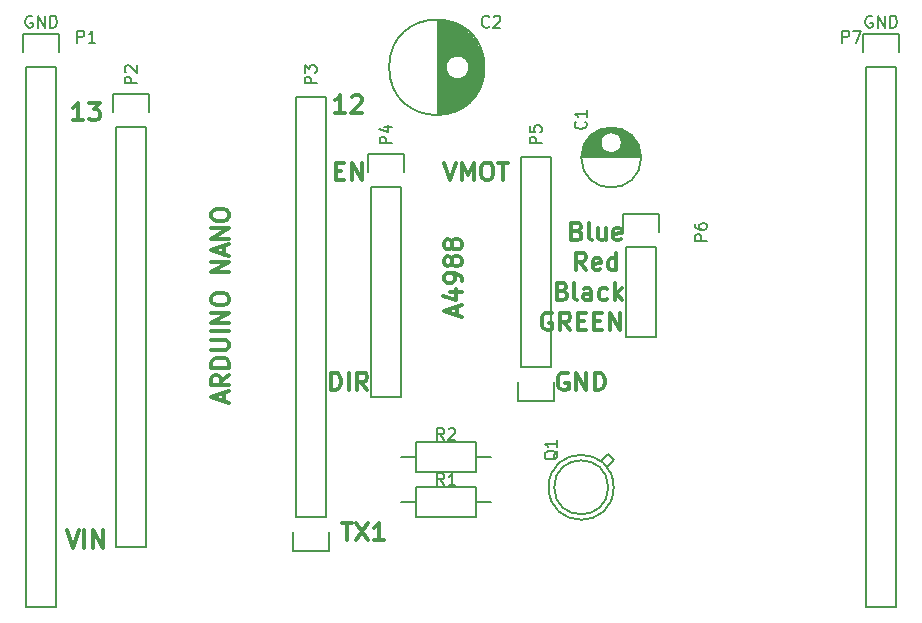
<source format=gbr>
G04 #@! TF.FileFunction,Legend,Top*
%FSLAX46Y46*%
G04 Gerber Fmt 4.6, Leading zero omitted, Abs format (unit mm)*
G04 Created by KiCad (PCBNEW 4.0.3+e1-6302~38~ubuntu16.04.1-stable) date Thu Aug 25 17:18:17 2016*
%MOMM*%
%LPD*%
G01*
G04 APERTURE LIST*
%ADD10C,0.100000*%
%ADD11C,0.300000*%
%ADD12C,0.150000*%
G04 APERTURE END LIST*
D10*
D11*
X94020000Y-77990000D02*
X93877143Y-77918571D01*
X93662857Y-77918571D01*
X93448572Y-77990000D01*
X93305714Y-78132857D01*
X93234286Y-78275714D01*
X93162857Y-78561429D01*
X93162857Y-78775714D01*
X93234286Y-79061429D01*
X93305714Y-79204286D01*
X93448572Y-79347143D01*
X93662857Y-79418571D01*
X93805714Y-79418571D01*
X94020000Y-79347143D01*
X94091429Y-79275714D01*
X94091429Y-78775714D01*
X93805714Y-78775714D01*
X95591429Y-79418571D02*
X95091429Y-78704286D01*
X94734286Y-79418571D02*
X94734286Y-77918571D01*
X95305714Y-77918571D01*
X95448572Y-77990000D01*
X95520000Y-78061429D01*
X95591429Y-78204286D01*
X95591429Y-78418571D01*
X95520000Y-78561429D01*
X95448572Y-78632857D01*
X95305714Y-78704286D01*
X94734286Y-78704286D01*
X96234286Y-78632857D02*
X96734286Y-78632857D01*
X96948572Y-79418571D02*
X96234286Y-79418571D01*
X96234286Y-77918571D01*
X96948572Y-77918571D01*
X97591429Y-78632857D02*
X98091429Y-78632857D01*
X98305715Y-79418571D02*
X97591429Y-79418571D01*
X97591429Y-77918571D01*
X98305715Y-77918571D01*
X98948572Y-79418571D02*
X98948572Y-77918571D01*
X99805715Y-79418571D01*
X99805715Y-77918571D01*
X94940715Y-76092857D02*
X95155001Y-76164286D01*
X95226429Y-76235714D01*
X95297858Y-76378571D01*
X95297858Y-76592857D01*
X95226429Y-76735714D01*
X95155001Y-76807143D01*
X95012143Y-76878571D01*
X94440715Y-76878571D01*
X94440715Y-75378571D01*
X94940715Y-75378571D01*
X95083572Y-75450000D01*
X95155001Y-75521429D01*
X95226429Y-75664286D01*
X95226429Y-75807143D01*
X95155001Y-75950000D01*
X95083572Y-76021429D01*
X94940715Y-76092857D01*
X94440715Y-76092857D01*
X96155001Y-76878571D02*
X96012143Y-76807143D01*
X95940715Y-76664286D01*
X95940715Y-75378571D01*
X97369286Y-76878571D02*
X97369286Y-76092857D01*
X97297857Y-75950000D01*
X97155000Y-75878571D01*
X96869286Y-75878571D01*
X96726429Y-75950000D01*
X97369286Y-76807143D02*
X97226429Y-76878571D01*
X96869286Y-76878571D01*
X96726429Y-76807143D01*
X96655000Y-76664286D01*
X96655000Y-76521429D01*
X96726429Y-76378571D01*
X96869286Y-76307143D01*
X97226429Y-76307143D01*
X97369286Y-76235714D01*
X98726429Y-76807143D02*
X98583572Y-76878571D01*
X98297858Y-76878571D01*
X98155000Y-76807143D01*
X98083572Y-76735714D01*
X98012143Y-76592857D01*
X98012143Y-76164286D01*
X98083572Y-76021429D01*
X98155000Y-75950000D01*
X98297858Y-75878571D01*
X98583572Y-75878571D01*
X98726429Y-75950000D01*
X99369286Y-76878571D02*
X99369286Y-75378571D01*
X99512143Y-76307143D02*
X99940714Y-76878571D01*
X99940714Y-75878571D02*
X99369286Y-76450000D01*
X96932858Y-74338571D02*
X96432858Y-73624286D01*
X96075715Y-74338571D02*
X96075715Y-72838571D01*
X96647143Y-72838571D01*
X96790001Y-72910000D01*
X96861429Y-72981429D01*
X96932858Y-73124286D01*
X96932858Y-73338571D01*
X96861429Y-73481429D01*
X96790001Y-73552857D01*
X96647143Y-73624286D01*
X96075715Y-73624286D01*
X98147143Y-74267143D02*
X98004286Y-74338571D01*
X97718572Y-74338571D01*
X97575715Y-74267143D01*
X97504286Y-74124286D01*
X97504286Y-73552857D01*
X97575715Y-73410000D01*
X97718572Y-73338571D01*
X98004286Y-73338571D01*
X98147143Y-73410000D01*
X98218572Y-73552857D01*
X98218572Y-73695714D01*
X97504286Y-73838571D01*
X99504286Y-74338571D02*
X99504286Y-72838571D01*
X99504286Y-74267143D02*
X99361429Y-74338571D01*
X99075715Y-74338571D01*
X98932857Y-74267143D01*
X98861429Y-74195714D01*
X98790000Y-74052857D01*
X98790000Y-73624286D01*
X98861429Y-73481429D01*
X98932857Y-73410000D01*
X99075715Y-73338571D01*
X99361429Y-73338571D01*
X99504286Y-73410000D01*
X96182858Y-71012857D02*
X96397144Y-71084286D01*
X96468572Y-71155714D01*
X96540001Y-71298571D01*
X96540001Y-71512857D01*
X96468572Y-71655714D01*
X96397144Y-71727143D01*
X96254286Y-71798571D01*
X95682858Y-71798571D01*
X95682858Y-70298571D01*
X96182858Y-70298571D01*
X96325715Y-70370000D01*
X96397144Y-70441429D01*
X96468572Y-70584286D01*
X96468572Y-70727143D01*
X96397144Y-70870000D01*
X96325715Y-70941429D01*
X96182858Y-71012857D01*
X95682858Y-71012857D01*
X97397144Y-71798571D02*
X97254286Y-71727143D01*
X97182858Y-71584286D01*
X97182858Y-70298571D01*
X98611429Y-70798571D02*
X98611429Y-71798571D01*
X97968572Y-70798571D02*
X97968572Y-71584286D01*
X98040000Y-71727143D01*
X98182858Y-71798571D01*
X98397143Y-71798571D01*
X98540000Y-71727143D01*
X98611429Y-71655714D01*
X99897143Y-71727143D02*
X99754286Y-71798571D01*
X99468572Y-71798571D01*
X99325715Y-71727143D01*
X99254286Y-71584286D01*
X99254286Y-71012857D01*
X99325715Y-70870000D01*
X99468572Y-70798571D01*
X99754286Y-70798571D01*
X99897143Y-70870000D01*
X99968572Y-71012857D01*
X99968572Y-71155714D01*
X99254286Y-71298571D01*
X95377143Y-83070000D02*
X95234286Y-82998571D01*
X95020000Y-82998571D01*
X94805715Y-83070000D01*
X94662857Y-83212857D01*
X94591429Y-83355714D01*
X94520000Y-83641429D01*
X94520000Y-83855714D01*
X94591429Y-84141429D01*
X94662857Y-84284286D01*
X94805715Y-84427143D01*
X95020000Y-84498571D01*
X95162857Y-84498571D01*
X95377143Y-84427143D01*
X95448572Y-84355714D01*
X95448572Y-83855714D01*
X95162857Y-83855714D01*
X96091429Y-84498571D02*
X96091429Y-82998571D01*
X96948572Y-84498571D01*
X96948572Y-82998571D01*
X97662858Y-84498571D02*
X97662858Y-82998571D01*
X98020001Y-82998571D01*
X98234286Y-83070000D01*
X98377144Y-83212857D01*
X98448572Y-83355714D01*
X98520001Y-83641429D01*
X98520001Y-83855714D01*
X98448572Y-84141429D01*
X98377144Y-84284286D01*
X98234286Y-84427143D01*
X98020001Y-84498571D01*
X97662858Y-84498571D01*
X75335000Y-84498571D02*
X75335000Y-82998571D01*
X75692143Y-82998571D01*
X75906428Y-83070000D01*
X76049286Y-83212857D01*
X76120714Y-83355714D01*
X76192143Y-83641429D01*
X76192143Y-83855714D01*
X76120714Y-84141429D01*
X76049286Y-84284286D01*
X75906428Y-84427143D01*
X75692143Y-84498571D01*
X75335000Y-84498571D01*
X76835000Y-84498571D02*
X76835000Y-82998571D01*
X78406429Y-84498571D02*
X77906429Y-83784286D01*
X77549286Y-84498571D02*
X77549286Y-82998571D01*
X78120714Y-82998571D01*
X78263572Y-83070000D01*
X78335000Y-83141429D01*
X78406429Y-83284286D01*
X78406429Y-83498571D01*
X78335000Y-83641429D01*
X78263572Y-83712857D01*
X78120714Y-83784286D01*
X77549286Y-83784286D01*
X84915714Y-65218571D02*
X85415714Y-66718571D01*
X85915714Y-65218571D01*
X86415714Y-66718571D02*
X86415714Y-65218571D01*
X86915714Y-66290000D01*
X87415714Y-65218571D01*
X87415714Y-66718571D01*
X88415714Y-65218571D02*
X88701428Y-65218571D01*
X88844286Y-65290000D01*
X88987143Y-65432857D01*
X89058571Y-65718571D01*
X89058571Y-66218571D01*
X88987143Y-66504286D01*
X88844286Y-66647143D01*
X88701428Y-66718571D01*
X88415714Y-66718571D01*
X88272857Y-66647143D01*
X88130000Y-66504286D01*
X88058571Y-66218571D01*
X88058571Y-65718571D01*
X88130000Y-65432857D01*
X88272857Y-65290000D01*
X88415714Y-65218571D01*
X89487143Y-65218571D02*
X90344286Y-65218571D01*
X89915715Y-66718571D02*
X89915715Y-65218571D01*
X75727857Y-65932857D02*
X76227857Y-65932857D01*
X76442143Y-66718571D02*
X75727857Y-66718571D01*
X75727857Y-65218571D01*
X76442143Y-65218571D01*
X77085000Y-66718571D02*
X77085000Y-65218571D01*
X77942143Y-66718571D01*
X77942143Y-65218571D01*
X76247858Y-95698571D02*
X77105001Y-95698571D01*
X76676430Y-97198571D02*
X76676430Y-95698571D01*
X77462144Y-95698571D02*
X78462144Y-97198571D01*
X78462144Y-95698571D02*
X77462144Y-97198571D01*
X79819286Y-97198571D02*
X78962143Y-97198571D01*
X79390715Y-97198571D02*
X79390715Y-95698571D01*
X79247858Y-95912857D01*
X79105000Y-96055714D01*
X78962143Y-96127143D01*
X52967143Y-96333571D02*
X53467143Y-97833571D01*
X53967143Y-96333571D01*
X54467143Y-97833571D02*
X54467143Y-96333571D01*
X55181429Y-97833571D02*
X55181429Y-96333571D01*
X56038572Y-97833571D01*
X56038572Y-96333571D01*
X76549286Y-61003571D02*
X75692143Y-61003571D01*
X76120715Y-61003571D02*
X76120715Y-59503571D01*
X75977858Y-59717857D01*
X75835000Y-59860714D01*
X75692143Y-59932143D01*
X77120714Y-59646429D02*
X77192143Y-59575000D01*
X77335000Y-59503571D01*
X77692143Y-59503571D01*
X77835000Y-59575000D01*
X77906429Y-59646429D01*
X77977857Y-59789286D01*
X77977857Y-59932143D01*
X77906429Y-60146429D01*
X77049286Y-61003571D01*
X77977857Y-61003571D01*
X54324286Y-61638571D02*
X53467143Y-61638571D01*
X53895715Y-61638571D02*
X53895715Y-60138571D01*
X53752858Y-60352857D01*
X53610000Y-60495714D01*
X53467143Y-60567143D01*
X54824286Y-60138571D02*
X55752857Y-60138571D01*
X55252857Y-60710000D01*
X55467143Y-60710000D01*
X55610000Y-60781429D01*
X55681429Y-60852857D01*
X55752857Y-60995714D01*
X55752857Y-61352857D01*
X55681429Y-61495714D01*
X55610000Y-61567143D01*
X55467143Y-61638571D01*
X55038571Y-61638571D01*
X54895714Y-61567143D01*
X54824286Y-61495714D01*
X85975000Y-78144285D02*
X85975000Y-77429999D01*
X86403571Y-78287142D02*
X84903571Y-77787142D01*
X86403571Y-77287142D01*
X85403571Y-76144285D02*
X86403571Y-76144285D01*
X84832143Y-76501428D02*
X85903571Y-76858571D01*
X85903571Y-75929999D01*
X86403571Y-75287143D02*
X86403571Y-75001428D01*
X86332143Y-74858571D01*
X86260714Y-74787143D01*
X86046429Y-74644285D01*
X85760714Y-74572857D01*
X85189286Y-74572857D01*
X85046429Y-74644285D01*
X84975000Y-74715714D01*
X84903571Y-74858571D01*
X84903571Y-75144285D01*
X84975000Y-75287143D01*
X85046429Y-75358571D01*
X85189286Y-75430000D01*
X85546429Y-75430000D01*
X85689286Y-75358571D01*
X85760714Y-75287143D01*
X85832143Y-75144285D01*
X85832143Y-74858571D01*
X85760714Y-74715714D01*
X85689286Y-74644285D01*
X85546429Y-74572857D01*
X85546429Y-73715714D02*
X85475000Y-73858572D01*
X85403571Y-73930000D01*
X85260714Y-74001429D01*
X85189286Y-74001429D01*
X85046429Y-73930000D01*
X84975000Y-73858572D01*
X84903571Y-73715714D01*
X84903571Y-73430000D01*
X84975000Y-73287143D01*
X85046429Y-73215714D01*
X85189286Y-73144286D01*
X85260714Y-73144286D01*
X85403571Y-73215714D01*
X85475000Y-73287143D01*
X85546429Y-73430000D01*
X85546429Y-73715714D01*
X85617857Y-73858572D01*
X85689286Y-73930000D01*
X85832143Y-74001429D01*
X86117857Y-74001429D01*
X86260714Y-73930000D01*
X86332143Y-73858572D01*
X86403571Y-73715714D01*
X86403571Y-73430000D01*
X86332143Y-73287143D01*
X86260714Y-73215714D01*
X86117857Y-73144286D01*
X85832143Y-73144286D01*
X85689286Y-73215714D01*
X85617857Y-73287143D01*
X85546429Y-73430000D01*
X85546429Y-72287143D02*
X85475000Y-72430001D01*
X85403571Y-72501429D01*
X85260714Y-72572858D01*
X85189286Y-72572858D01*
X85046429Y-72501429D01*
X84975000Y-72430001D01*
X84903571Y-72287143D01*
X84903571Y-72001429D01*
X84975000Y-71858572D01*
X85046429Y-71787143D01*
X85189286Y-71715715D01*
X85260714Y-71715715D01*
X85403571Y-71787143D01*
X85475000Y-71858572D01*
X85546429Y-72001429D01*
X85546429Y-72287143D01*
X85617857Y-72430001D01*
X85689286Y-72501429D01*
X85832143Y-72572858D01*
X86117857Y-72572858D01*
X86260714Y-72501429D01*
X86332143Y-72430001D01*
X86403571Y-72287143D01*
X86403571Y-72001429D01*
X86332143Y-71858572D01*
X86260714Y-71787143D01*
X86117857Y-71715715D01*
X85832143Y-71715715D01*
X85689286Y-71787143D01*
X85617857Y-71858572D01*
X85546429Y-72001429D01*
X66290000Y-85439286D02*
X66290000Y-84725000D01*
X66718571Y-85582143D02*
X65218571Y-85082143D01*
X66718571Y-84582143D01*
X66718571Y-83225000D02*
X66004286Y-83725000D01*
X66718571Y-84082143D02*
X65218571Y-84082143D01*
X65218571Y-83510715D01*
X65290000Y-83367857D01*
X65361429Y-83296429D01*
X65504286Y-83225000D01*
X65718571Y-83225000D01*
X65861429Y-83296429D01*
X65932857Y-83367857D01*
X66004286Y-83510715D01*
X66004286Y-84082143D01*
X66718571Y-82582143D02*
X65218571Y-82582143D01*
X65218571Y-82225000D01*
X65290000Y-82010715D01*
X65432857Y-81867857D01*
X65575714Y-81796429D01*
X65861429Y-81725000D01*
X66075714Y-81725000D01*
X66361429Y-81796429D01*
X66504286Y-81867857D01*
X66647143Y-82010715D01*
X66718571Y-82225000D01*
X66718571Y-82582143D01*
X65218571Y-81082143D02*
X66432857Y-81082143D01*
X66575714Y-81010715D01*
X66647143Y-80939286D01*
X66718571Y-80796429D01*
X66718571Y-80510715D01*
X66647143Y-80367857D01*
X66575714Y-80296429D01*
X66432857Y-80225000D01*
X65218571Y-80225000D01*
X66718571Y-79510714D02*
X65218571Y-79510714D01*
X66718571Y-78796428D02*
X65218571Y-78796428D01*
X66718571Y-77939285D01*
X65218571Y-77939285D01*
X65218571Y-76939285D02*
X65218571Y-76653571D01*
X65290000Y-76510713D01*
X65432857Y-76367856D01*
X65718571Y-76296428D01*
X66218571Y-76296428D01*
X66504286Y-76367856D01*
X66647143Y-76510713D01*
X66718571Y-76653571D01*
X66718571Y-76939285D01*
X66647143Y-77082142D01*
X66504286Y-77224999D01*
X66218571Y-77296428D01*
X65718571Y-77296428D01*
X65432857Y-77224999D01*
X65290000Y-77082142D01*
X65218571Y-76939285D01*
X66718571Y-74510713D02*
X65218571Y-74510713D01*
X66718571Y-73653570D01*
X65218571Y-73653570D01*
X66290000Y-73010713D02*
X66290000Y-72296427D01*
X66718571Y-73153570D02*
X65218571Y-72653570D01*
X66718571Y-72153570D01*
X66718571Y-71653570D02*
X65218571Y-71653570D01*
X66718571Y-70796427D01*
X65218571Y-70796427D01*
X65218571Y-69796427D02*
X65218571Y-69510713D01*
X65290000Y-69367855D01*
X65432857Y-69224998D01*
X65718571Y-69153570D01*
X66218571Y-69153570D01*
X66504286Y-69224998D01*
X66647143Y-69367855D01*
X66718571Y-69510713D01*
X66718571Y-69796427D01*
X66647143Y-69939284D01*
X66504286Y-70082141D01*
X66218571Y-70153570D01*
X65718571Y-70153570D01*
X65432857Y-70082141D01*
X65290000Y-69939284D01*
X65218571Y-69796427D01*
D12*
X96561000Y-64715000D02*
X101559000Y-64715000D01*
X96569000Y-64575000D02*
X101551000Y-64575000D01*
X96585000Y-64435000D02*
X98965000Y-64435000D01*
X99155000Y-64435000D02*
X101535000Y-64435000D01*
X96609000Y-64295000D02*
X98570000Y-64295000D01*
X99550000Y-64295000D02*
X101511000Y-64295000D01*
X96642000Y-64155000D02*
X98403000Y-64155000D01*
X99717000Y-64155000D02*
X101478000Y-64155000D01*
X96683000Y-64015000D02*
X98296000Y-64015000D01*
X99824000Y-64015000D02*
X101437000Y-64015000D01*
X96733000Y-63875000D02*
X98225000Y-63875000D01*
X99895000Y-63875000D02*
X101387000Y-63875000D01*
X96794000Y-63735000D02*
X98181000Y-63735000D01*
X99939000Y-63735000D02*
X101326000Y-63735000D01*
X96864000Y-63595000D02*
X98162000Y-63595000D01*
X99958000Y-63595000D02*
X101256000Y-63595000D01*
X96946000Y-63455000D02*
X98164000Y-63455000D01*
X99956000Y-63455000D02*
X101174000Y-63455000D01*
X97041000Y-63315000D02*
X98189000Y-63315000D01*
X99931000Y-63315000D02*
X101079000Y-63315000D01*
X97152000Y-63175000D02*
X98237000Y-63175000D01*
X99883000Y-63175000D02*
X100968000Y-63175000D01*
X97280000Y-63035000D02*
X98315000Y-63035000D01*
X99805000Y-63035000D02*
X100840000Y-63035000D01*
X97429000Y-62895000D02*
X98432000Y-62895000D01*
X99688000Y-62895000D02*
X100691000Y-62895000D01*
X97608000Y-62755000D02*
X98620000Y-62755000D01*
X99500000Y-62755000D02*
X100512000Y-62755000D01*
X97827000Y-62615000D02*
X100293000Y-62615000D01*
X98116000Y-62475000D02*
X100004000Y-62475000D01*
X98588000Y-62335000D02*
X99532000Y-62335000D01*
X99960000Y-63540000D02*
G75*
G03X99960000Y-63540000I-900000J0D01*
G01*
X101597500Y-64790000D02*
G75*
G03X101597500Y-64790000I-2537500J0D01*
G01*
X59690000Y-62230000D02*
X59690000Y-97790000D01*
X59690000Y-97790000D02*
X57150000Y-97790000D01*
X57150000Y-97790000D02*
X57150000Y-62230000D01*
X56870000Y-59410000D02*
X56870000Y-60960000D01*
X57150000Y-62230000D02*
X59690000Y-62230000D01*
X59970000Y-60960000D02*
X59970000Y-59410000D01*
X59970000Y-59410000D02*
X56870000Y-59410000D01*
X72390000Y-95250000D02*
X72390000Y-59690000D01*
X72390000Y-59690000D02*
X74930000Y-59690000D01*
X74930000Y-59690000D02*
X74930000Y-95250000D01*
X75210000Y-98070000D02*
X75210000Y-96520000D01*
X74930000Y-95250000D02*
X72390000Y-95250000D01*
X72110000Y-96520000D02*
X72110000Y-98070000D01*
X72110000Y-98070000D02*
X75210000Y-98070000D01*
X78740000Y-67310000D02*
X78740000Y-85090000D01*
X78740000Y-85090000D02*
X81280000Y-85090000D01*
X81280000Y-85090000D02*
X81280000Y-67310000D01*
X78460000Y-64490000D02*
X78460000Y-66040000D01*
X78740000Y-67310000D02*
X81280000Y-67310000D01*
X81560000Y-66040000D02*
X81560000Y-64490000D01*
X81560000Y-64490000D02*
X78460000Y-64490000D01*
X93980000Y-82550000D02*
X93980000Y-64770000D01*
X93980000Y-64770000D02*
X91440000Y-64770000D01*
X91440000Y-64770000D02*
X91440000Y-82550000D01*
X94260000Y-85370000D02*
X94260000Y-83820000D01*
X93980000Y-82550000D02*
X91440000Y-82550000D01*
X91160000Y-83820000D02*
X91160000Y-85370000D01*
X91160000Y-85370000D02*
X94260000Y-85370000D01*
X102870000Y-72390000D02*
X102870000Y-80010000D01*
X100330000Y-72390000D02*
X100330000Y-80010000D01*
X100050000Y-69570000D02*
X100050000Y-71120000D01*
X102870000Y-80010000D02*
X100330000Y-80010000D01*
X100330000Y-72390000D02*
X102870000Y-72390000D01*
X103150000Y-71120000D02*
X103150000Y-69570000D01*
X103150000Y-69570000D02*
X100050000Y-69570000D01*
X120650000Y-57150000D02*
X120650000Y-102870000D01*
X120650000Y-102870000D02*
X123190000Y-102870000D01*
X123190000Y-102870000D02*
X123190000Y-57150000D01*
X120370000Y-54330000D02*
X120370000Y-55880000D01*
X120650000Y-57150000D02*
X123190000Y-57150000D01*
X123470000Y-55880000D02*
X123470000Y-54330000D01*
X123470000Y-54330000D02*
X120370000Y-54330000D01*
X49530000Y-57150000D02*
X49530000Y-102870000D01*
X49530000Y-102870000D02*
X52070000Y-102870000D01*
X52070000Y-102870000D02*
X52070000Y-57150000D01*
X49250000Y-54330000D02*
X49250000Y-55880000D01*
X49530000Y-57150000D02*
X52070000Y-57150000D01*
X52350000Y-55880000D02*
X52350000Y-54330000D01*
X52350000Y-54330000D02*
X49250000Y-54330000D01*
X84375000Y-53151000D02*
X84375000Y-61149000D01*
X84515000Y-53156000D02*
X84515000Y-61144000D01*
X84655000Y-53166000D02*
X84655000Y-61134000D01*
X84795000Y-53181000D02*
X84795000Y-61119000D01*
X84935000Y-53201000D02*
X84935000Y-61099000D01*
X85075000Y-53226000D02*
X85075000Y-56928000D01*
X85075000Y-57372000D02*
X85075000Y-61074000D01*
X85215000Y-53256000D02*
X85215000Y-56600000D01*
X85215000Y-57700000D02*
X85215000Y-61044000D01*
X85355000Y-53292000D02*
X85355000Y-56431000D01*
X85355000Y-57869000D02*
X85355000Y-61008000D01*
X85495000Y-53333000D02*
X85495000Y-56318000D01*
X85495000Y-57982000D02*
X85495000Y-60967000D01*
X85635000Y-53379000D02*
X85635000Y-56240000D01*
X85635000Y-58060000D02*
X85635000Y-60921000D01*
X85775000Y-53432000D02*
X85775000Y-56189000D01*
X85775000Y-58111000D02*
X85775000Y-60868000D01*
X85915000Y-53491000D02*
X85915000Y-56159000D01*
X85915000Y-58141000D02*
X85915000Y-60809000D01*
X86055000Y-53556000D02*
X86055000Y-56150000D01*
X86055000Y-58150000D02*
X86055000Y-60744000D01*
X86195000Y-53627000D02*
X86195000Y-56161000D01*
X86195000Y-58139000D02*
X86195000Y-60673000D01*
X86335000Y-53706000D02*
X86335000Y-56191000D01*
X86335000Y-58109000D02*
X86335000Y-60594000D01*
X86475000Y-53793000D02*
X86475000Y-56245000D01*
X86475000Y-58055000D02*
X86475000Y-60507000D01*
X86615000Y-53888000D02*
X86615000Y-56325000D01*
X86615000Y-57975000D02*
X86615000Y-60412000D01*
X86755000Y-53992000D02*
X86755000Y-56441000D01*
X86755000Y-57859000D02*
X86755000Y-60308000D01*
X86895000Y-54106000D02*
X86895000Y-56615000D01*
X86895000Y-57685000D02*
X86895000Y-60194000D01*
X87035000Y-54231000D02*
X87035000Y-56977000D01*
X87035000Y-57323000D02*
X87035000Y-60069000D01*
X87175000Y-54369000D02*
X87175000Y-59931000D01*
X87315000Y-54521000D02*
X87315000Y-59779000D01*
X87455000Y-54691000D02*
X87455000Y-59609000D01*
X87595000Y-54882000D02*
X87595000Y-59418000D01*
X87735000Y-55100000D02*
X87735000Y-59200000D01*
X87875000Y-55356000D02*
X87875000Y-58944000D01*
X88015000Y-55667000D02*
X88015000Y-58633000D01*
X88155000Y-56083000D02*
X88155000Y-58217000D01*
X88295000Y-56950000D02*
X88295000Y-57350000D01*
X87050000Y-57150000D02*
G75*
G03X87050000Y-57150000I-1000000J0D01*
G01*
X88337500Y-57150000D02*
G75*
G03X88337500Y-57150000I-4037500J0D01*
G01*
X98806000Y-89916000D02*
X98298000Y-90424000D01*
X98806000Y-90932000D02*
X99314000Y-90424000D01*
X99314000Y-90424000D02*
X98806000Y-89916000D01*
X98806000Y-92710000D02*
G75*
G03X98806000Y-92710000I-2286000J0D01*
G01*
X99270000Y-92710000D02*
G75*
G03X99270000Y-92710000I-2750000J0D01*
G01*
X82550000Y-92710000D02*
X87630000Y-92710000D01*
X87630000Y-92710000D02*
X87630000Y-95250000D01*
X87630000Y-95250000D02*
X82550000Y-95250000D01*
X82550000Y-95250000D02*
X82550000Y-92710000D01*
X82550000Y-93980000D02*
X81280000Y-93980000D01*
X87630000Y-93980000D02*
X88900000Y-93980000D01*
X82550000Y-88900000D02*
X87630000Y-88900000D01*
X87630000Y-88900000D02*
X87630000Y-91440000D01*
X87630000Y-91440000D02*
X82550000Y-91440000D01*
X82550000Y-91440000D02*
X82550000Y-88900000D01*
X82550000Y-90170000D02*
X81280000Y-90170000D01*
X87630000Y-90170000D02*
X88900000Y-90170000D01*
X96877143Y-61761666D02*
X96924762Y-61809285D01*
X96972381Y-61952142D01*
X96972381Y-62047380D01*
X96924762Y-62190238D01*
X96829524Y-62285476D01*
X96734286Y-62333095D01*
X96543810Y-62380714D01*
X96400952Y-62380714D01*
X96210476Y-62333095D01*
X96115238Y-62285476D01*
X96020000Y-62190238D01*
X95972381Y-62047380D01*
X95972381Y-61952142D01*
X96020000Y-61809285D01*
X96067619Y-61761666D01*
X96972381Y-60809285D02*
X96972381Y-61380714D01*
X96972381Y-61095000D02*
X95972381Y-61095000D01*
X96115238Y-61190238D01*
X96210476Y-61285476D01*
X96258095Y-61380714D01*
X58872381Y-58523095D02*
X57872381Y-58523095D01*
X57872381Y-58142142D01*
X57920000Y-58046904D01*
X57967619Y-57999285D01*
X58062857Y-57951666D01*
X58205714Y-57951666D01*
X58300952Y-57999285D01*
X58348571Y-58046904D01*
X58396190Y-58142142D01*
X58396190Y-58523095D01*
X57967619Y-57570714D02*
X57920000Y-57523095D01*
X57872381Y-57427857D01*
X57872381Y-57189761D01*
X57920000Y-57094523D01*
X57967619Y-57046904D01*
X58062857Y-56999285D01*
X58158095Y-56999285D01*
X58300952Y-57046904D01*
X58872381Y-57618333D01*
X58872381Y-56999285D01*
X74112381Y-58523095D02*
X73112381Y-58523095D01*
X73112381Y-58142142D01*
X73160000Y-58046904D01*
X73207619Y-57999285D01*
X73302857Y-57951666D01*
X73445714Y-57951666D01*
X73540952Y-57999285D01*
X73588571Y-58046904D01*
X73636190Y-58142142D01*
X73636190Y-58523095D01*
X73112381Y-57618333D02*
X73112381Y-56999285D01*
X73493333Y-57332619D01*
X73493333Y-57189761D01*
X73540952Y-57094523D01*
X73588571Y-57046904D01*
X73683810Y-56999285D01*
X73921905Y-56999285D01*
X74017143Y-57046904D01*
X74064762Y-57094523D01*
X74112381Y-57189761D01*
X74112381Y-57475476D01*
X74064762Y-57570714D01*
X74017143Y-57618333D01*
X80462381Y-63603095D02*
X79462381Y-63603095D01*
X79462381Y-63222142D01*
X79510000Y-63126904D01*
X79557619Y-63079285D01*
X79652857Y-63031666D01*
X79795714Y-63031666D01*
X79890952Y-63079285D01*
X79938571Y-63126904D01*
X79986190Y-63222142D01*
X79986190Y-63603095D01*
X79795714Y-62174523D02*
X80462381Y-62174523D01*
X79414762Y-62412619D02*
X80129048Y-62650714D01*
X80129048Y-62031666D01*
X93162381Y-63603095D02*
X92162381Y-63603095D01*
X92162381Y-63222142D01*
X92210000Y-63126904D01*
X92257619Y-63079285D01*
X92352857Y-63031666D01*
X92495714Y-63031666D01*
X92590952Y-63079285D01*
X92638571Y-63126904D01*
X92686190Y-63222142D01*
X92686190Y-63603095D01*
X92162381Y-62126904D02*
X92162381Y-62603095D01*
X92638571Y-62650714D01*
X92590952Y-62603095D01*
X92543333Y-62507857D01*
X92543333Y-62269761D01*
X92590952Y-62174523D01*
X92638571Y-62126904D01*
X92733810Y-62079285D01*
X92971905Y-62079285D01*
X93067143Y-62126904D01*
X93114762Y-62174523D01*
X93162381Y-62269761D01*
X93162381Y-62507857D01*
X93114762Y-62603095D01*
X93067143Y-62650714D01*
X107152381Y-71858095D02*
X106152381Y-71858095D01*
X106152381Y-71477142D01*
X106200000Y-71381904D01*
X106247619Y-71334285D01*
X106342857Y-71286666D01*
X106485714Y-71286666D01*
X106580952Y-71334285D01*
X106628571Y-71381904D01*
X106676190Y-71477142D01*
X106676190Y-71858095D01*
X106152381Y-70429523D02*
X106152381Y-70620000D01*
X106200000Y-70715238D01*
X106247619Y-70762857D01*
X106390476Y-70858095D01*
X106580952Y-70905714D01*
X106961905Y-70905714D01*
X107057143Y-70858095D01*
X107104762Y-70810476D01*
X107152381Y-70715238D01*
X107152381Y-70524761D01*
X107104762Y-70429523D01*
X107057143Y-70381904D01*
X106961905Y-70334285D01*
X106723810Y-70334285D01*
X106628571Y-70381904D01*
X106580952Y-70429523D01*
X106533333Y-70524761D01*
X106533333Y-70715238D01*
X106580952Y-70810476D01*
X106628571Y-70858095D01*
X106723810Y-70905714D01*
X118641905Y-55062381D02*
X118641905Y-54062381D01*
X119022858Y-54062381D01*
X119118096Y-54110000D01*
X119165715Y-54157619D01*
X119213334Y-54252857D01*
X119213334Y-54395714D01*
X119165715Y-54490952D01*
X119118096Y-54538571D01*
X119022858Y-54586190D01*
X118641905Y-54586190D01*
X119546667Y-54062381D02*
X120213334Y-54062381D01*
X119784762Y-55062381D01*
X121158096Y-52840000D02*
X121062858Y-52792381D01*
X120920001Y-52792381D01*
X120777143Y-52840000D01*
X120681905Y-52935238D01*
X120634286Y-53030476D01*
X120586667Y-53220952D01*
X120586667Y-53363810D01*
X120634286Y-53554286D01*
X120681905Y-53649524D01*
X120777143Y-53744762D01*
X120920001Y-53792381D01*
X121015239Y-53792381D01*
X121158096Y-53744762D01*
X121205715Y-53697143D01*
X121205715Y-53363810D01*
X121015239Y-53363810D01*
X121634286Y-53792381D02*
X121634286Y-52792381D01*
X122205715Y-53792381D01*
X122205715Y-52792381D01*
X122681905Y-53792381D02*
X122681905Y-52792381D01*
X122920000Y-52792381D01*
X123062858Y-52840000D01*
X123158096Y-52935238D01*
X123205715Y-53030476D01*
X123253334Y-53220952D01*
X123253334Y-53363810D01*
X123205715Y-53554286D01*
X123158096Y-53649524D01*
X123062858Y-53744762D01*
X122920000Y-53792381D01*
X122681905Y-53792381D01*
X53871905Y-55062381D02*
X53871905Y-54062381D01*
X54252858Y-54062381D01*
X54348096Y-54110000D01*
X54395715Y-54157619D01*
X54443334Y-54252857D01*
X54443334Y-54395714D01*
X54395715Y-54490952D01*
X54348096Y-54538571D01*
X54252858Y-54586190D01*
X53871905Y-54586190D01*
X55395715Y-55062381D02*
X54824286Y-55062381D01*
X55110000Y-55062381D02*
X55110000Y-54062381D01*
X55014762Y-54205238D01*
X54919524Y-54300476D01*
X54824286Y-54348095D01*
X50038096Y-52840000D02*
X49942858Y-52792381D01*
X49800001Y-52792381D01*
X49657143Y-52840000D01*
X49561905Y-52935238D01*
X49514286Y-53030476D01*
X49466667Y-53220952D01*
X49466667Y-53363810D01*
X49514286Y-53554286D01*
X49561905Y-53649524D01*
X49657143Y-53744762D01*
X49800001Y-53792381D01*
X49895239Y-53792381D01*
X50038096Y-53744762D01*
X50085715Y-53697143D01*
X50085715Y-53363810D01*
X49895239Y-53363810D01*
X50514286Y-53792381D02*
X50514286Y-52792381D01*
X51085715Y-53792381D01*
X51085715Y-52792381D01*
X51561905Y-53792381D02*
X51561905Y-52792381D01*
X51800000Y-52792381D01*
X51942858Y-52840000D01*
X52038096Y-52935238D01*
X52085715Y-53030476D01*
X52133334Y-53220952D01*
X52133334Y-53363810D01*
X52085715Y-53554286D01*
X52038096Y-53649524D01*
X51942858Y-53744762D01*
X51800000Y-53792381D01*
X51561905Y-53792381D01*
X88733334Y-53697143D02*
X88685715Y-53744762D01*
X88542858Y-53792381D01*
X88447620Y-53792381D01*
X88304762Y-53744762D01*
X88209524Y-53649524D01*
X88161905Y-53554286D01*
X88114286Y-53363810D01*
X88114286Y-53220952D01*
X88161905Y-53030476D01*
X88209524Y-52935238D01*
X88304762Y-52840000D01*
X88447620Y-52792381D01*
X88542858Y-52792381D01*
X88685715Y-52840000D01*
X88733334Y-52887619D01*
X89114286Y-52887619D02*
X89161905Y-52840000D01*
X89257143Y-52792381D01*
X89495239Y-52792381D01*
X89590477Y-52840000D01*
X89638096Y-52887619D01*
X89685715Y-52982857D01*
X89685715Y-53078095D01*
X89638096Y-53220952D01*
X89066667Y-53792381D01*
X89685715Y-53792381D01*
X94527619Y-89630238D02*
X94480000Y-89725476D01*
X94384762Y-89820714D01*
X94241905Y-89963571D01*
X94194286Y-90058810D01*
X94194286Y-90154048D01*
X94432381Y-90106429D02*
X94384762Y-90201667D01*
X94289524Y-90296905D01*
X94099048Y-90344524D01*
X93765714Y-90344524D01*
X93575238Y-90296905D01*
X93480000Y-90201667D01*
X93432381Y-90106429D01*
X93432381Y-89915952D01*
X93480000Y-89820714D01*
X93575238Y-89725476D01*
X93765714Y-89677857D01*
X94099048Y-89677857D01*
X94289524Y-89725476D01*
X94384762Y-89820714D01*
X94432381Y-89915952D01*
X94432381Y-90106429D01*
X94432381Y-88725476D02*
X94432381Y-89296905D01*
X94432381Y-89011191D02*
X93432381Y-89011191D01*
X93575238Y-89106429D01*
X93670476Y-89201667D01*
X93718095Y-89296905D01*
X84923334Y-92527381D02*
X84590000Y-92051190D01*
X84351905Y-92527381D02*
X84351905Y-91527381D01*
X84732858Y-91527381D01*
X84828096Y-91575000D01*
X84875715Y-91622619D01*
X84923334Y-91717857D01*
X84923334Y-91860714D01*
X84875715Y-91955952D01*
X84828096Y-92003571D01*
X84732858Y-92051190D01*
X84351905Y-92051190D01*
X85875715Y-92527381D02*
X85304286Y-92527381D01*
X85590000Y-92527381D02*
X85590000Y-91527381D01*
X85494762Y-91670238D01*
X85399524Y-91765476D01*
X85304286Y-91813095D01*
X84923334Y-88717381D02*
X84590000Y-88241190D01*
X84351905Y-88717381D02*
X84351905Y-87717381D01*
X84732858Y-87717381D01*
X84828096Y-87765000D01*
X84875715Y-87812619D01*
X84923334Y-87907857D01*
X84923334Y-88050714D01*
X84875715Y-88145952D01*
X84828096Y-88193571D01*
X84732858Y-88241190D01*
X84351905Y-88241190D01*
X85304286Y-87812619D02*
X85351905Y-87765000D01*
X85447143Y-87717381D01*
X85685239Y-87717381D01*
X85780477Y-87765000D01*
X85828096Y-87812619D01*
X85875715Y-87907857D01*
X85875715Y-88003095D01*
X85828096Y-88145952D01*
X85256667Y-88717381D01*
X85875715Y-88717381D01*
M02*

</source>
